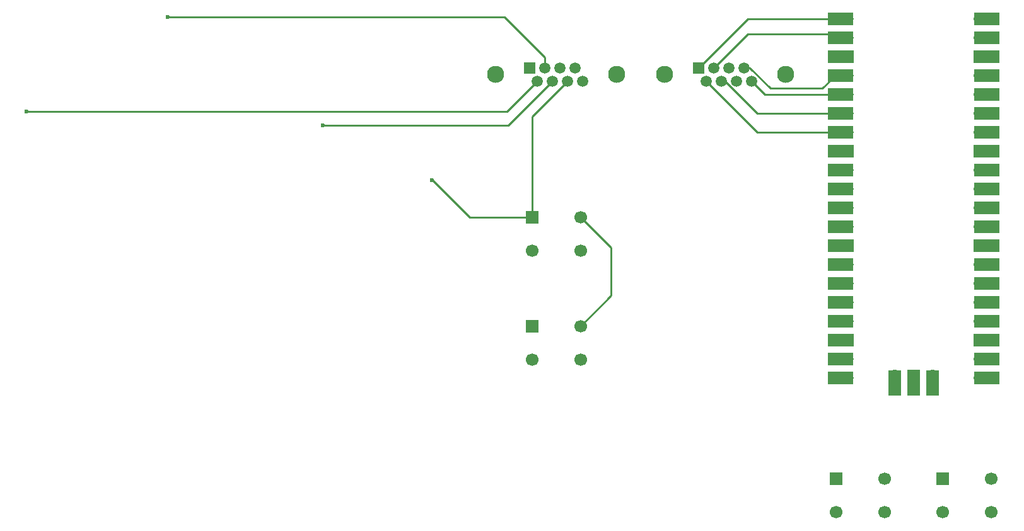
<source format=gtl>
%TF.GenerationSoftware,KiCad,Pcbnew,8.0.0*%
%TF.CreationDate,2024-03-10T17:47:14-04:00*%
%TF.ProjectId,my-split,6d792d73-706c-4697-942e-6b696361645f,rev?*%
%TF.SameCoordinates,Original*%
%TF.FileFunction,Copper,L1,Top*%
%TF.FilePolarity,Positive*%
%FSLAX46Y46*%
G04 Gerber Fmt 4.6, Leading zero omitted, Abs format (unit mm)*
G04 Created by KiCad (PCBNEW 8.0.0) date 2024-03-10 17:47:14*
%MOMM*%
%LPD*%
G01*
G04 APERTURE LIST*
%TA.AperFunction,ComponentPad*%
%ADD10R,1.500000X1.500000*%
%TD*%
%TA.AperFunction,ComponentPad*%
%ADD11C,1.500000*%
%TD*%
%TA.AperFunction,ComponentPad*%
%ADD12C,2.300000*%
%TD*%
%TA.AperFunction,ComponentPad*%
%ADD13R,1.700000X1.700000*%
%TD*%
%TA.AperFunction,ComponentPad*%
%ADD14C,1.700000*%
%TD*%
%TA.AperFunction,ComponentPad*%
%ADD15O,1.700000X1.700000*%
%TD*%
%TA.AperFunction,SMDPad,CuDef*%
%ADD16R,3.500000X1.700000*%
%TD*%
%TA.AperFunction,SMDPad,CuDef*%
%ADD17R,1.700000X3.500000*%
%TD*%
%TA.AperFunction,ViaPad*%
%ADD18C,0.600000*%
%TD*%
%TA.AperFunction,Conductor*%
%ADD19C,0.250000*%
%TD*%
G04 APERTURE END LIST*
D10*
%TO.P,J3,1*%
%TO.N,A1 - Home - LEFT*%
X105986000Y-72657500D03*
D11*
%TO.P,J3,2*%
%TO.N,LEFT - LEFT*%
X107002000Y-74437500D03*
%TO.P,J3,3*%
%TO.N,DOWN - LEFT*%
X108018000Y-72657500D03*
%TO.P,J3,4*%
%TO.N,RIGHT - LEFT*%
X109034000Y-74437500D03*
%TO.P,J3,5*%
%TO.N,unconnected-(J3-Pad5)*%
X110050000Y-72657500D03*
%TO.P,J3,6*%
%TO.N,GND - LEFT*%
X111066000Y-74437500D03*
%TO.P,J3,7*%
%TO.N,A2 - Capture - LEFT*%
X112082000Y-72657500D03*
%TO.P,J3,8*%
%TO.N,UP - LEFT*%
X113098000Y-74437500D03*
D12*
%TO.P,J3,SH*%
%TO.N,N/C*%
X101416000Y-73547500D03*
X117676000Y-73547500D03*
%TD*%
D10*
%TO.P,J1,1*%
%TO.N,A1 - Home*%
X128694000Y-72648200D03*
D11*
%TO.P,J1,2*%
%TO.N,LEFT*%
X129710000Y-74428200D03*
%TO.P,J1,3*%
%TO.N,DOWN*%
X130726000Y-72648200D03*
%TO.P,J1,4*%
%TO.N,RIGHT*%
X131742000Y-74428200D03*
%TO.P,J1,5*%
%TO.N,unconnected-(J1-Pad5)*%
X132758000Y-72648200D03*
%TO.P,J1,6*%
%TO.N,GND*%
X133774000Y-74428200D03*
%TO.P,J1,7*%
%TO.N,A2 - Capture*%
X134790000Y-72648200D03*
%TO.P,J1,8*%
%TO.N,UP*%
X135806000Y-74428200D03*
D12*
%TO.P,J1,SH*%
%TO.N,N/C*%
X124124000Y-73538200D03*
X140384000Y-73538200D03*
%TD*%
D13*
%TO.P,TP,1,1*%
%TO.N,GND - LEFT*%
X106296000Y-107340332D03*
D14*
X112796000Y-107340332D03*
%TO.P,TP,2,2*%
%TO.N,A2 - Capture - LEFT*%
X106296000Y-111840332D03*
X112796000Y-111840332D03*
%TD*%
D13*
%TO.P,R3,1,1*%
%TO.N,GND*%
X161444000Y-127839200D03*
D14*
X167944000Y-127839200D03*
%TO.P,R3,2,2*%
%TO.N,R3 - RS*%
X161444000Y-132339200D03*
X167944000Y-132339200D03*
%TD*%
D13*
%TO.P,PS,1,1*%
%TO.N,GND - LEFT*%
X106296000Y-92692000D03*
D14*
X112796000Y-92692000D03*
%TO.P,PS,2,2*%
%TO.N,A1 - Home - LEFT*%
X106296000Y-97192000D03*
X112796000Y-97192000D03*
%TD*%
D15*
%TO.P,U1,1,GPIO0*%
%TO.N,A1 - Home*%
X148639000Y-66053200D03*
D16*
X147739000Y-66053200D03*
D15*
%TO.P,U1,2,GPIO1*%
%TO.N,DOWN*%
X148639000Y-68593200D03*
D16*
X147739000Y-68593200D03*
D13*
%TO.P,U1,3,GND*%
%TO.N,GND*%
X148639000Y-71133200D03*
D16*
X147739000Y-71133200D03*
D15*
%TO.P,U1,4,GPIO2*%
%TO.N,A2 - Capture*%
X148639000Y-73673200D03*
D16*
X147739000Y-73673200D03*
D15*
%TO.P,U1,5,GPIO3*%
%TO.N,UP*%
X148639000Y-76213200D03*
D16*
X147739000Y-76213200D03*
D15*
%TO.P,U1,6,GPIO4*%
%TO.N,RIGHT*%
X148639000Y-78753200D03*
D16*
X147739000Y-78753200D03*
D15*
%TO.P,U1,7,GPIO5*%
%TO.N,LEFT*%
X148639000Y-81293200D03*
D16*
X147739000Y-81293200D03*
D13*
%TO.P,U1,8,GND*%
%TO.N,GND*%
X148639000Y-83833200D03*
D16*
X147739000Y-83833200D03*
D15*
%TO.P,U1,9,GPIO6*%
%TO.N,unconnected-(U1-GPIO6-Pad9)*%
X148639000Y-86373200D03*
D16*
X147739000Y-86373200D03*
D15*
%TO.P,U1,10,GPIO7*%
%TO.N,unconnected-(U1-GPIO7-Pad10)*%
X148639000Y-88913200D03*
D16*
X147739000Y-88913200D03*
D15*
%TO.P,U1,11,GPIO8*%
%TO.N,S2 - Options*%
X148639000Y-91453200D03*
D16*
X147739000Y-91453200D03*
D15*
%TO.P,U1,12,GPIO9*%
%TO.N,unconnected-(U1-GPIO9-Pad12)*%
X148639000Y-93993200D03*
D16*
X147739000Y-93993200D03*
D13*
%TO.P,U1,13,GND*%
%TO.N,GND*%
X148639000Y-96533200D03*
D16*
X147739000Y-96533200D03*
D15*
%TO.P,U1,14,GPIO10*%
%TO.N,unconnected-(U1-GPIO10-Pad14)*%
X148639000Y-99073200D03*
D16*
X147739000Y-99073200D03*
D15*
%TO.P,U1,15,GPIO11*%
%TO.N,unconnected-(U1-GPIO11-Pad15)*%
X148639000Y-101613200D03*
D16*
X147739000Y-101613200D03*
D15*
%TO.P,U1,16,GPIO12*%
%TO.N,unconnected-(U1-GPIO12-Pad16)*%
X148639000Y-104153200D03*
D16*
X147739000Y-104153200D03*
D15*
%TO.P,U1,17,GPIO13*%
%TO.N,S1 - Share*%
X148639000Y-106693200D03*
D16*
X147739000Y-106693200D03*
D13*
%TO.P,U1,18,GND*%
%TO.N,GND*%
X148639000Y-109233200D03*
D16*
X147739000Y-109233200D03*
D15*
%TO.P,U1,19,GPIO14*%
%TO.N,unconnected-(U1-GPIO14-Pad19)*%
X148639000Y-111773200D03*
D16*
X147739000Y-111773200D03*
D15*
%TO.P,U1,20,GPIO15*%
%TO.N,L3 - LS*%
X148639000Y-114313200D03*
D16*
X147739000Y-114313200D03*
D15*
%TO.P,U1,21,GPIO16*%
%TO.N,R3 - RS*%
X166419000Y-114313200D03*
D16*
X167319000Y-114313200D03*
D15*
%TO.P,U1,22,GPIO17*%
%TO.N,R2 - RT*%
X166419000Y-111773200D03*
D16*
X167319000Y-111773200D03*
D13*
%TO.P,U1,23,GND*%
%TO.N,GND*%
X166419000Y-109233200D03*
D16*
X167319000Y-109233200D03*
D15*
%TO.P,U1,24,GPIO18*%
%TO.N,L2 - LT*%
X166419000Y-106693200D03*
D16*
X167319000Y-106693200D03*
D15*
%TO.P,U1,25,GPIO19*%
%TO.N,B2 - B*%
X166419000Y-104153200D03*
D16*
X167319000Y-104153200D03*
D15*
%TO.P,U1,26,GPIO20*%
%TO.N,B1 - A*%
X166419000Y-101613200D03*
D16*
X167319000Y-101613200D03*
D15*
%TO.P,U1,27,GPIO21*%
%TO.N,unconnected-(U1-GPIO21-Pad27)*%
X166419000Y-99073200D03*
D16*
X167319000Y-99073200D03*
D13*
%TO.P,U1,28,GND*%
%TO.N,GND*%
X166419000Y-96533200D03*
D16*
X167319000Y-96533200D03*
D15*
%TO.P,U1,29,GPIO22*%
%TO.N,R1 - RB*%
X166419000Y-93993200D03*
D16*
X167319000Y-93993200D03*
D15*
%TO.P,U1,30,RUN*%
%TO.N,unconnected-(U1-RUN-Pad30)*%
X166419000Y-91453200D03*
D16*
X167319000Y-91453200D03*
D15*
%TO.P,U1,31,GPIO26_ADC0*%
%TO.N,L1 - LB*%
X166419000Y-88913200D03*
D16*
X167319000Y-88913200D03*
D15*
%TO.P,U1,32,GPIO27_ADC1*%
%TO.N,B4 - Y*%
X166419000Y-86373200D03*
D16*
X167319000Y-86373200D03*
D13*
%TO.P,U1,33,AGND*%
%TO.N,unconnected-(U1-AGND-Pad33)*%
X166419000Y-83833200D03*
D16*
X167319000Y-83833200D03*
D15*
%TO.P,U1,34,GPIO28_ADC2*%
%TO.N,B3 - X*%
X166419000Y-81293200D03*
D16*
X167319000Y-81293200D03*
D15*
%TO.P,U1,35,ADC_VREF*%
%TO.N,unconnected-(U1-ADC_VREF-Pad35)*%
X166419000Y-78753200D03*
D16*
X167319000Y-78753200D03*
D15*
%TO.P,U1,36,3V3*%
%TO.N,unconnected-(U1-3V3-Pad36)*%
X166419000Y-76213200D03*
D16*
X167319000Y-76213200D03*
D15*
%TO.P,U1,37,3V3_EN*%
%TO.N,unconnected-(U1-3V3_EN-Pad37)*%
X166419000Y-73673200D03*
D16*
X167319000Y-73673200D03*
D13*
%TO.P,U1,38,GND*%
%TO.N,GND*%
X166419000Y-71133200D03*
D16*
X167319000Y-71133200D03*
D15*
%TO.P,U1,39,VSYS*%
%TO.N,unconnected-(U1-VSYS-Pad39)*%
X166419000Y-68593200D03*
D16*
X167319000Y-68593200D03*
D15*
%TO.P,U1,40,VBUS*%
%TO.N,unconnected-(U1-VBUS-Pad40)*%
X166419000Y-66053200D03*
D16*
X167319000Y-66053200D03*
D15*
%TO.P,U1,41,SWCLK*%
%TO.N,unconnected-(U1-SWCLK-Pad41)*%
X154989000Y-114083200D03*
D17*
X154989000Y-114983200D03*
D13*
%TO.P,U1,42,GND*%
%TO.N,unconnected-(U1-GND-Pad42)*%
X157529000Y-114083200D03*
D17*
X157529000Y-114983200D03*
D15*
%TO.P,U1,43,SWDIO*%
%TO.N,unconnected-(U1-SWDIO-Pad43)*%
X160069000Y-114083200D03*
D17*
X160069000Y-114983200D03*
%TD*%
D13*
%TO.P,L3,1,1*%
%TO.N,GND*%
X147114000Y-127839200D03*
D14*
X153614000Y-127839200D03*
%TO.P,L3,2,2*%
%TO.N,L3 - LS*%
X147114000Y-132339200D03*
X153614000Y-132339200D03*
%TD*%
D18*
%TO.N,DOWN - LEFT*%
X57349000Y-65795000D03*
%TO.N,RIGHT - LEFT*%
X78177000Y-80400000D03*
%TO.N,LEFT - LEFT*%
X38426000Y-78495000D03*
%TO.N,GND - LEFT*%
X92845500Y-87702500D03*
%TD*%
D19*
%TO.N,UP*%
X137591000Y-76213200D02*
X148639000Y-76213200D01*
X135806000Y-74428200D02*
X137591000Y-76213200D01*
%TO.N,DOWN*%
X148154000Y-68108200D02*
X148639000Y-68593200D01*
X135266000Y-68108200D02*
X148154000Y-68108200D01*
X130726000Y-72648200D02*
X135266000Y-68108200D01*
%TO.N,RIGHT*%
X131742000Y-74428200D02*
X132253720Y-74428200D01*
X136578720Y-78753200D02*
X148639000Y-78753200D01*
X132253720Y-74428200D02*
X136578720Y-78753200D01*
%TO.N,LEFT*%
X136575000Y-81293200D02*
X148639000Y-81293200D01*
X129710000Y-74428200D02*
X136575000Y-81293200D01*
%TO.N,A1 - Home*%
X128694000Y-72648200D02*
X135289000Y-66053200D01*
X135289000Y-66053200D02*
X148639000Y-66053200D01*
%TO.N,A2 - Capture*%
X145299000Y-75403200D02*
X138301280Y-75403200D01*
X147029000Y-73673200D02*
X145299000Y-75403200D01*
X135546280Y-72648200D02*
X134790000Y-72648200D01*
X138301280Y-75403200D02*
X135546280Y-72648200D01*
X148639000Y-73673200D02*
X147029000Y-73673200D01*
%TO.N,DOWN - LEFT*%
X108018000Y-71255220D02*
X108018000Y-72657500D01*
X57349000Y-65795000D02*
X102557780Y-65795000D01*
X102557780Y-65795000D02*
X108018000Y-71255220D01*
%TO.N,RIGHT - LEFT*%
X103071500Y-80400000D02*
X109034000Y-74437500D01*
X78177000Y-80400000D02*
X103071500Y-80400000D01*
%TO.N,LEFT - LEFT*%
X38426000Y-78495000D02*
X102944500Y-78495000D01*
X102944500Y-78495000D02*
X107002000Y-74437500D01*
%TO.N,GND - LEFT*%
X111066000Y-74437500D02*
X106296000Y-79207500D01*
X97962000Y-92692000D02*
X106296000Y-92692000D01*
X92845500Y-87702500D02*
X92972500Y-87702500D01*
X106296000Y-79207500D02*
X106296000Y-92692000D01*
X92972500Y-87702500D02*
X97962000Y-92692000D01*
X116912000Y-96808000D02*
X112796000Y-92692000D01*
X116912000Y-103224332D02*
X116912000Y-96808000D01*
X112796000Y-107340332D02*
X116912000Y-103224332D01*
%TD*%
M02*

</source>
